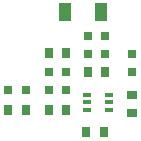
<source format=gtp>
%TF.GenerationSoftware,KiCad,Pcbnew,(5.1.12)-1*%
%TF.CreationDate,2023-07-21T13:43:36+02:00*%
%TF.ProjectId,Input_stage,496e7075-745f-4737-9461-67652e6b6963,rev?*%
%TF.SameCoordinates,Original*%
%TF.FileFunction,Paste,Top*%
%TF.FilePolarity,Positive*%
%FSLAX46Y46*%
G04 Gerber Fmt 4.6, Leading zero omitted, Abs format (unit mm)*
G04 Created by KiCad (PCBNEW (5.1.12)-1) date 2023-07-21 13:43:36*
%MOMM*%
%LPD*%
G01*
G04 APERTURE LIST*
%ADD10R,0.800000X0.750000*%
%ADD11R,0.750000X0.800000*%
%ADD12R,1.000000X1.600000*%
%ADD13R,0.800000X0.900000*%
%ADD14R,0.900000X0.800000*%
%ADD15R,0.650000X0.400000*%
G04 APERTURE END LIST*
D10*
%TO.C,C1*%
X2655000Y-8255000D03*
X1155000Y-8255000D03*
%TD*%
D11*
%TO.C,C2*%
X11684000Y-6719000D03*
X11684000Y-5219000D03*
%TD*%
D10*
%TO.C,C3*%
X4584000Y-6731000D03*
X6084000Y-6731000D03*
%TD*%
%TO.C,C4*%
X4584000Y-8255000D03*
X6084000Y-8255000D03*
%TD*%
%TO.C,C5*%
X7886000Y-5207000D03*
X9386000Y-5207000D03*
%TD*%
%TO.C,C6*%
X9386000Y-3683000D03*
X7886000Y-3683000D03*
%TD*%
D12*
%TO.C,C7*%
X5993000Y-1651000D03*
X8993000Y-1651000D03*
%TD*%
D13*
%TO.C,R1*%
X2655000Y-9906000D03*
X1155000Y-9906000D03*
%TD*%
%TO.C,R2*%
X7886000Y-6731000D03*
X9386000Y-6731000D03*
%TD*%
D14*
%TO.C,R3*%
X11684000Y-10148000D03*
X11684000Y-8648000D03*
%TD*%
D13*
%TO.C,R4*%
X4584000Y-5080000D03*
X6084000Y-5080000D03*
%TD*%
%TO.C,R5*%
X4584000Y-9906000D03*
X6084000Y-9906000D03*
%TD*%
%TO.C,R6*%
X7759000Y-11811000D03*
X9259000Y-11811000D03*
%TD*%
D15*
%TO.C,U1*%
X9713000Y-9921000D03*
X9713000Y-8621000D03*
X7813000Y-9271000D03*
X9713000Y-9271000D03*
X7813000Y-8621000D03*
X7813000Y-9921000D03*
%TD*%
M02*

</source>
